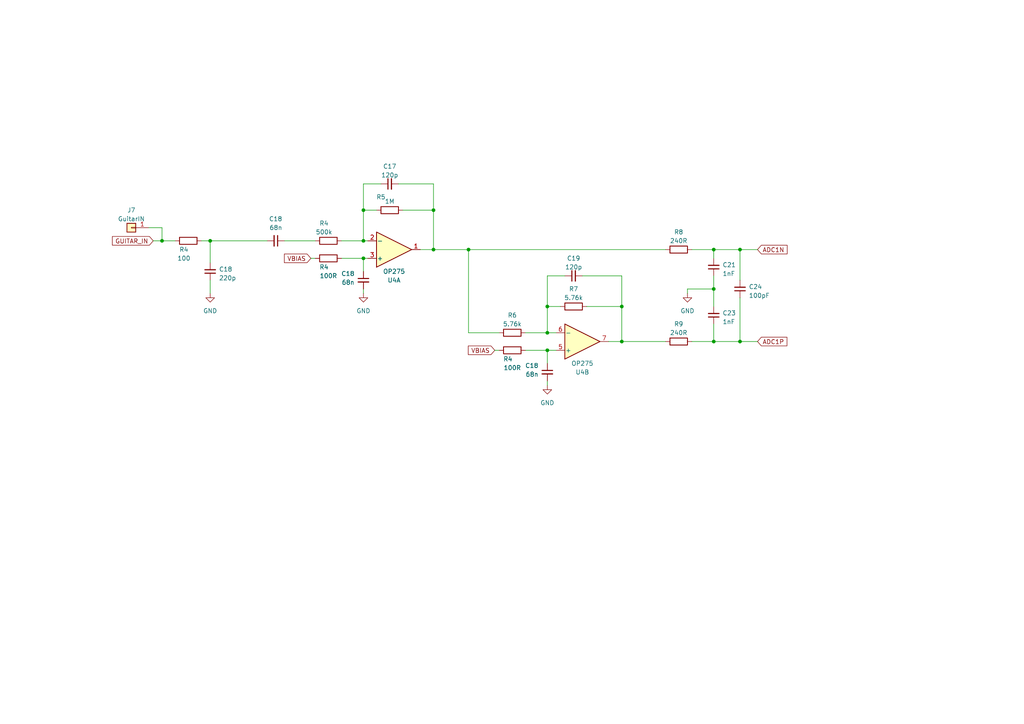
<source format=kicad_sch>
(kicad_sch (version 20230121) (generator eeschema)

  (uuid b0f5d7a0-733c-47c7-b9fa-72358412e3e1)

  (paper "A4")

  (lib_symbols
    (symbol "Amplifier_Operational:OP275" (pin_names (offset 0.127)) (in_bom yes) (on_board yes)
      (property "Reference" "U" (at 0 5.08 0)
        (effects (font (size 1.27 1.27)) (justify left))
      )
      (property "Value" "OP275" (at 0 -5.08 0)
        (effects (font (size 1.27 1.27)) (justify left))
      )
      (property "Footprint" "" (at 0 0 0)
        (effects (font (size 1.27 1.27)) hide)
      )
      (property "Datasheet" "https://www.analog.com/media/en/technical-documentation/data-sheets/OP275.pdf" (at 0 0 0)
        (effects (font (size 1.27 1.27)) hide)
      )
      (property "ki_locked" "" (at 0 0 0)
        (effects (font (size 1.27 1.27)))
      )
      (property "ki_keywords" "dual opamp" (at 0 0 0)
        (effects (font (size 1.27 1.27)) hide)
      )
      (property "ki_description" "Dual Bipolar/JFET, Audio Operational Amplifier, DIP-8/SOIC-8" (at 0 0 0)
        (effects (font (size 1.27 1.27)) hide)
      )
      (property "ki_fp_filters" "SOIC*3.9x4.9mm*P1.27mm* DIP*W7.62mm* TO*99* OnSemi*Micro8* TSSOP*3x3mm*P0.65mm* TSSOP*4.4x3mm*P0.65mm* MSOP*3x3mm*P0.65mm* SSOP*3.9x4.9mm*P0.635mm* LFCSP*2x2mm*P0.5mm* *SIP* SOIC*5.3x6.2mm*P1.27mm*" (at 0 0 0)
        (effects (font (size 1.27 1.27)) hide)
      )
      (symbol "OP275_1_1"
        (polyline
          (pts
            (xy -5.08 5.08)
            (xy 5.08 0)
            (xy -5.08 -5.08)
            (xy -5.08 5.08)
          )
          (stroke (width 0.254) (type default))
          (fill (type background))
        )
        (pin output line (at 7.62 0 180) (length 2.54)
          (name "~" (effects (font (size 1.27 1.27))))
          (number "1" (effects (font (size 1.27 1.27))))
        )
        (pin input line (at -7.62 -2.54 0) (length 2.54)
          (name "-" (effects (font (size 1.27 1.27))))
          (number "2" (effects (font (size 1.27 1.27))))
        )
        (pin input line (at -7.62 2.54 0) (length 2.54)
          (name "+" (effects (font (size 1.27 1.27))))
          (number "3" (effects (font (size 1.27 1.27))))
        )
      )
      (symbol "OP275_2_1"
        (polyline
          (pts
            (xy -5.08 5.08)
            (xy 5.08 0)
            (xy -5.08 -5.08)
            (xy -5.08 5.08)
          )
          (stroke (width 0.254) (type default))
          (fill (type background))
        )
        (pin input line (at -7.62 2.54 0) (length 2.54)
          (name "+" (effects (font (size 1.27 1.27))))
          (number "5" (effects (font (size 1.27 1.27))))
        )
        (pin input line (at -7.62 -2.54 0) (length 2.54)
          (name "-" (effects (font (size 1.27 1.27))))
          (number "6" (effects (font (size 1.27 1.27))))
        )
        (pin output line (at 7.62 0 180) (length 2.54)
          (name "~" (effects (font (size 1.27 1.27))))
          (number "7" (effects (font (size 1.27 1.27))))
        )
      )
      (symbol "OP275_3_1"
        (pin power_in line (at -2.54 -7.62 90) (length 3.81)
          (name "V-" (effects (font (size 1.27 1.27))))
          (number "4" (effects (font (size 1.27 1.27))))
        )
        (pin power_in line (at -2.54 7.62 270) (length 3.81)
          (name "V+" (effects (font (size 1.27 1.27))))
          (number "8" (effects (font (size 1.27 1.27))))
        )
      )
    )
    (symbol "Connector_Generic:Conn_01x01" (pin_names (offset 1.016) hide) (in_bom yes) (on_board yes)
      (property "Reference" "J" (at 0 2.54 0)
        (effects (font (size 1.27 1.27)))
      )
      (property "Value" "Conn_01x01" (at 0 -2.54 0)
        (effects (font (size 1.27 1.27)))
      )
      (property "Footprint" "" (at 0 0 0)
        (effects (font (size 1.27 1.27)) hide)
      )
      (property "Datasheet" "~" (at 0 0 0)
        (effects (font (size 1.27 1.27)) hide)
      )
      (property "ki_keywords" "connector" (at 0 0 0)
        (effects (font (size 1.27 1.27)) hide)
      )
      (property "ki_description" "Generic connector, single row, 01x01, script generated (kicad-library-utils/schlib/autogen/connector/)" (at 0 0 0)
        (effects (font (size 1.27 1.27)) hide)
      )
      (property "ki_fp_filters" "Connector*:*_1x??_*" (at 0 0 0)
        (effects (font (size 1.27 1.27)) hide)
      )
      (symbol "Conn_01x01_1_1"
        (rectangle (start -1.27 0.127) (end 0 -0.127)
          (stroke (width 0.1524) (type default))
          (fill (type none))
        )
        (rectangle (start -1.27 1.27) (end 1.27 -1.27)
          (stroke (width 0.254) (type default))
          (fill (type background))
        )
        (pin passive line (at -5.08 0 0) (length 3.81)
          (name "Pin_1" (effects (font (size 1.27 1.27))))
          (number "1" (effects (font (size 1.27 1.27))))
        )
      )
    )
    (symbol "Device:C_Small" (pin_numbers hide) (pin_names (offset 0.254) hide) (in_bom yes) (on_board yes)
      (property "Reference" "C" (at 0.254 1.778 0)
        (effects (font (size 1.27 1.27)) (justify left))
      )
      (property "Value" "C_Small" (at 0.254 -2.032 0)
        (effects (font (size 1.27 1.27)) (justify left))
      )
      (property "Footprint" "" (at 0 0 0)
        (effects (font (size 1.27 1.27)) hide)
      )
      (property "Datasheet" "~" (at 0 0 0)
        (effects (font (size 1.27 1.27)) hide)
      )
      (property "ki_keywords" "capacitor cap" (at 0 0 0)
        (effects (font (size 1.27 1.27)) hide)
      )
      (property "ki_description" "Unpolarized capacitor, small symbol" (at 0 0 0)
        (effects (font (size 1.27 1.27)) hide)
      )
      (property "ki_fp_filters" "C_*" (at 0 0 0)
        (effects (font (size 1.27 1.27)) hide)
      )
      (symbol "C_Small_0_1"
        (polyline
          (pts
            (xy -1.524 -0.508)
            (xy 1.524 -0.508)
          )
          (stroke (width 0.3302) (type default))
          (fill (type none))
        )
        (polyline
          (pts
            (xy -1.524 0.508)
            (xy 1.524 0.508)
          )
          (stroke (width 0.3048) (type default))
          (fill (type none))
        )
      )
      (symbol "C_Small_1_1"
        (pin passive line (at 0 2.54 270) (length 2.032)
          (name "~" (effects (font (size 1.27 1.27))))
          (number "1" (effects (font (size 1.27 1.27))))
        )
        (pin passive line (at 0 -2.54 90) (length 2.032)
          (name "~" (effects (font (size 1.27 1.27))))
          (number "2" (effects (font (size 1.27 1.27))))
        )
      )
    )
    (symbol "Device:R" (pin_numbers hide) (pin_names (offset 0)) (in_bom yes) (on_board yes)
      (property "Reference" "R" (at 2.032 0 90)
        (effects (font (size 1.27 1.27)))
      )
      (property "Value" "R" (at 0 0 90)
        (effects (font (size 1.27 1.27)))
      )
      (property "Footprint" "" (at -1.778 0 90)
        (effects (font (size 1.27 1.27)) hide)
      )
      (property "Datasheet" "~" (at 0 0 0)
        (effects (font (size 1.27 1.27)) hide)
      )
      (property "ki_keywords" "R res resistor" (at 0 0 0)
        (effects (font (size 1.27 1.27)) hide)
      )
      (property "ki_description" "Resistor" (at 0 0 0)
        (effects (font (size 1.27 1.27)) hide)
      )
      (property "ki_fp_filters" "R_*" (at 0 0 0)
        (effects (font (size 1.27 1.27)) hide)
      )
      (symbol "R_0_1"
        (rectangle (start -1.016 -2.54) (end 1.016 2.54)
          (stroke (width 0.254) (type default))
          (fill (type none))
        )
      )
      (symbol "R_1_1"
        (pin passive line (at 0 3.81 270) (length 1.27)
          (name "~" (effects (font (size 1.27 1.27))))
          (number "1" (effects (font (size 1.27 1.27))))
        )
        (pin passive line (at 0 -3.81 90) (length 1.27)
          (name "~" (effects (font (size 1.27 1.27))))
          (number "2" (effects (font (size 1.27 1.27))))
        )
      )
    )
    (symbol "power:GND" (power) (pin_names (offset 0)) (in_bom yes) (on_board yes)
      (property "Reference" "#PWR" (at 0 -6.35 0)
        (effects (font (size 1.27 1.27)) hide)
      )
      (property "Value" "GND" (at 0 -3.81 0)
        (effects (font (size 1.27 1.27)))
      )
      (property "Footprint" "" (at 0 0 0)
        (effects (font (size 1.27 1.27)) hide)
      )
      (property "Datasheet" "" (at 0 0 0)
        (effects (font (size 1.27 1.27)) hide)
      )
      (property "ki_keywords" "global power" (at 0 0 0)
        (effects (font (size 1.27 1.27)) hide)
      )
      (property "ki_description" "Power symbol creates a global label with name \"GND\" , ground" (at 0 0 0)
        (effects (font (size 1.27 1.27)) hide)
      )
      (symbol "GND_0_1"
        (polyline
          (pts
            (xy 0 0)
            (xy 0 -1.27)
            (xy 1.27 -1.27)
            (xy 0 -2.54)
            (xy -1.27 -1.27)
            (xy 0 -1.27)
          )
          (stroke (width 0) (type default))
          (fill (type none))
        )
      )
      (symbol "GND_1_1"
        (pin power_in line (at 0 0 270) (length 0) hide
          (name "GND" (effects (font (size 1.27 1.27))))
          (number "1" (effects (font (size 1.27 1.27))))
        )
      )
    )
  )

  (junction (at 158.75 101.6) (diameter 0) (color 0 0 0 0)
    (uuid 0ca73a61-ac94-474e-b159-a007df1a5665)
  )
  (junction (at 158.75 96.52) (diameter 0) (color 0 0 0 0)
    (uuid 1a061ec2-05b6-4f76-b354-807a3c55adec)
  )
  (junction (at 158.75 88.9) (diameter 0) (color 0 0 0 0)
    (uuid 334c046d-7508-482d-b54c-3c573c7ec28c)
  )
  (junction (at 125.73 72.39) (diameter 0) (color 0 0 0 0)
    (uuid 40bc5b69-f876-4a06-bfb6-a5ce479a1c9a)
  )
  (junction (at 214.63 72.39) (diameter 0) (color 0 0 0 0)
    (uuid 41b145de-a596-4ba6-986a-9dac8e6e8efb)
  )
  (junction (at 180.34 99.06) (diameter 0) (color 0 0 0 0)
    (uuid 632dccc9-4433-4162-b8e6-e46d41c38263)
  )
  (junction (at 135.89 72.39) (diameter 0) (color 0 0 0 0)
    (uuid 75bbd92d-2803-42a4-b887-912640a20f6d)
  )
  (junction (at 60.96 69.85) (diameter 0) (color 0 0 0 0)
    (uuid 8649668b-4990-4adf-8a17-19d3088e0815)
  )
  (junction (at 207.01 83.82) (diameter 0) (color 0 0 0 0)
    (uuid 938fc44a-feb6-4b8a-aef1-05611bd96d2f)
  )
  (junction (at 105.41 74.93) (diameter 0) (color 0 0 0 0)
    (uuid b19b681d-f0f5-4a2a-90a6-1cfe2abccee7)
  )
  (junction (at 105.41 60.96) (diameter 0) (color 0 0 0 0)
    (uuid b52764d3-0748-42be-b19b-3b9042d7710b)
  )
  (junction (at 207.01 99.06) (diameter 0) (color 0 0 0 0)
    (uuid b962f71c-cdef-45ae-8fee-7f6a6371dbfa)
  )
  (junction (at 207.01 72.39) (diameter 0) (color 0 0 0 0)
    (uuid b9a3d90a-61e5-4d6f-be78-e86b61d92689)
  )
  (junction (at 214.63 99.06) (diameter 0) (color 0 0 0 0)
    (uuid c0d2185e-c41f-48f1-a291-d617825ca88b)
  )
  (junction (at 125.73 60.96) (diameter 0) (color 0 0 0 0)
    (uuid c86d4fb8-df70-4433-a317-00b65403d22b)
  )
  (junction (at 105.41 69.85) (diameter 0) (color 0 0 0 0)
    (uuid d88660cc-bd65-420b-aff3-36c99e46bae2)
  )
  (junction (at 180.34 88.9) (diameter 0) (color 0 0 0 0)
    (uuid deb00552-a38b-46eb-aaa2-0504a3d78dd7)
  )
  (junction (at 46.99 69.85) (diameter 0) (color 0 0 0 0)
    (uuid fe402ad8-2f29-4aa4-b643-a887805348d3)
  )

  (wire (pts (xy 110.49 53.34) (xy 105.41 53.34))
    (stroke (width 0) (type default))
    (uuid 05912a90-6e27-406c-a0dd-5cfc717ac4f0)
  )
  (wire (pts (xy 207.01 99.06) (xy 207.01 93.98))
    (stroke (width 0) (type default))
    (uuid 0d5cb907-bf96-4cd8-b452-264c96d9ea6c)
  )
  (wire (pts (xy 82.55 69.85) (xy 91.44 69.85))
    (stroke (width 0) (type default))
    (uuid 169dfb93-4e04-44b7-82d6-68c88637b573)
  )
  (wire (pts (xy 60.96 69.85) (xy 77.47 69.85))
    (stroke (width 0) (type default))
    (uuid 19f46e7c-d968-4012-8632-f5227844d7f0)
  )
  (wire (pts (xy 44.45 69.85) (xy 46.99 69.85))
    (stroke (width 0) (type default))
    (uuid 1de391df-bba8-4d47-87da-04efeb5896ac)
  )
  (wire (pts (xy 207.01 83.82) (xy 207.01 88.9))
    (stroke (width 0) (type default))
    (uuid 1ec54104-1693-4540-89e7-0436d2eec2e2)
  )
  (wire (pts (xy 115.57 53.34) (xy 125.73 53.34))
    (stroke (width 0) (type default))
    (uuid 21afc66d-acee-4d5a-b2a8-7afd3587a0ce)
  )
  (wire (pts (xy 158.75 96.52) (xy 152.4 96.52))
    (stroke (width 0) (type default))
    (uuid 2457de22-8789-4d11-b47a-737cb42e225b)
  )
  (wire (pts (xy 116.84 60.96) (xy 125.73 60.96))
    (stroke (width 0) (type default))
    (uuid 2e63db48-ea32-4efb-84c9-b698f801f819)
  )
  (wire (pts (xy 135.89 96.52) (xy 135.89 72.39))
    (stroke (width 0) (type default))
    (uuid 2e80fe78-1904-46a9-aa57-7f25e13a98a0)
  )
  (wire (pts (xy 180.34 99.06) (xy 193.04 99.06))
    (stroke (width 0) (type default))
    (uuid 306c511a-3b03-4c1c-b600-5417d9cfa185)
  )
  (wire (pts (xy 214.63 99.06) (xy 207.01 99.06))
    (stroke (width 0) (type default))
    (uuid 33f5b4d4-ee1d-43f2-b5b7-d34f91e61198)
  )
  (wire (pts (xy 144.78 96.52) (xy 135.89 96.52))
    (stroke (width 0) (type default))
    (uuid 35032fb1-e78b-47ae-a7a5-a96357dbc105)
  )
  (wire (pts (xy 180.34 80.01) (xy 180.34 88.9))
    (stroke (width 0) (type default))
    (uuid 386e49a6-4abd-4fb0-98cf-2c7d67c644d1)
  )
  (wire (pts (xy 105.41 69.85) (xy 106.68 69.85))
    (stroke (width 0) (type default))
    (uuid 38c8b542-9810-4d09-a8f6-b900fc3f8611)
  )
  (wire (pts (xy 158.75 101.6) (xy 158.75 105.41))
    (stroke (width 0) (type default))
    (uuid 3912b831-4344-4982-8319-c577dea31c21)
  )
  (wire (pts (xy 207.01 74.93) (xy 207.01 72.39))
    (stroke (width 0) (type default))
    (uuid 408b8aa5-6c5f-4bdb-a03b-a96fb75aff59)
  )
  (wire (pts (xy 207.01 80.01) (xy 207.01 83.82))
    (stroke (width 0) (type default))
    (uuid 41281be7-bc73-4cf2-9d73-8d86422d9124)
  )
  (wire (pts (xy 105.41 83.82) (xy 105.41 85.09))
    (stroke (width 0) (type default))
    (uuid 4ea227f3-50b6-43fd-aedb-762f43253de6)
  )
  (wire (pts (xy 152.4 101.6) (xy 158.75 101.6))
    (stroke (width 0) (type default))
    (uuid 51933c79-b048-4990-a9b7-5b39f2694c87)
  )
  (wire (pts (xy 90.17 74.93) (xy 91.44 74.93))
    (stroke (width 0) (type default))
    (uuid 5315d5eb-8e79-4b6f-96db-7f5dfcd06045)
  )
  (wire (pts (xy 135.89 72.39) (xy 193.04 72.39))
    (stroke (width 0) (type default))
    (uuid 53751e75-6882-423b-b7b8-ec21cfe93f9a)
  )
  (wire (pts (xy 170.18 88.9) (xy 180.34 88.9))
    (stroke (width 0) (type default))
    (uuid 551fc6a7-edc2-4c8e-9b2a-4512c65ccacd)
  )
  (wire (pts (xy 158.75 80.01) (xy 158.75 88.9))
    (stroke (width 0) (type default))
    (uuid 5a12f852-7d38-49e0-a64e-d352680da199)
  )
  (wire (pts (xy 214.63 72.39) (xy 219.71 72.39))
    (stroke (width 0) (type default))
    (uuid 602d5197-3de6-462a-8a9e-bb1163ca0a73)
  )
  (wire (pts (xy 214.63 72.39) (xy 214.63 81.28))
    (stroke (width 0) (type default))
    (uuid 6346caee-8b02-4d74-9f75-086d1fce6788)
  )
  (wire (pts (xy 125.73 60.96) (xy 125.73 53.34))
    (stroke (width 0) (type default))
    (uuid 6978657f-fa50-4358-9034-9433e836d0df)
  )
  (wire (pts (xy 199.39 83.82) (xy 199.39 85.09))
    (stroke (width 0) (type default))
    (uuid 6e8e2e07-ccc9-4225-bd56-9b65dc7fdc89)
  )
  (wire (pts (xy 99.06 69.85) (xy 105.41 69.85))
    (stroke (width 0) (type default))
    (uuid 72bbeb5f-3fc0-4548-9b47-d816230fa35d)
  )
  (wire (pts (xy 143.51 101.6) (xy 144.78 101.6))
    (stroke (width 0) (type default))
    (uuid 73f1f53f-7faa-4af6-95d0-44123510e6b0)
  )
  (wire (pts (xy 43.18 66.04) (xy 46.99 66.04))
    (stroke (width 0) (type default))
    (uuid 74fa1da0-fd36-4034-9335-8743a266f6a1)
  )
  (wire (pts (xy 121.92 72.39) (xy 125.73 72.39))
    (stroke (width 0) (type default))
    (uuid 7591c14e-10cb-4a94-be89-509ea7fab5db)
  )
  (wire (pts (xy 58.42 69.85) (xy 60.96 69.85))
    (stroke (width 0) (type default))
    (uuid 79400d5c-54c5-4de2-bb7d-413216f8dc58)
  )
  (wire (pts (xy 180.34 99.06) (xy 180.34 88.9))
    (stroke (width 0) (type default))
    (uuid 7e02d7a9-5abb-4086-8ff7-809d16697efe)
  )
  (wire (pts (xy 46.99 66.04) (xy 46.99 69.85))
    (stroke (width 0) (type default))
    (uuid 812362f6-5025-427f-bc53-8876936c0021)
  )
  (wire (pts (xy 60.96 81.28) (xy 60.96 85.09))
    (stroke (width 0) (type default))
    (uuid 867ca68e-e0dc-4c7e-8176-0707eb90f3b2)
  )
  (wire (pts (xy 99.06 74.93) (xy 105.41 74.93))
    (stroke (width 0) (type default))
    (uuid 86c14da8-4938-47de-9e07-d575d6e4d8ba)
  )
  (wire (pts (xy 168.91 80.01) (xy 180.34 80.01))
    (stroke (width 0) (type default))
    (uuid 86e457aa-9d22-45fc-973d-5a21c4f962da)
  )
  (wire (pts (xy 158.75 110.49) (xy 158.75 111.76))
    (stroke (width 0) (type default))
    (uuid a6dfb606-2493-451e-ac39-e3aaf7fae38b)
  )
  (wire (pts (xy 214.63 99.06) (xy 219.71 99.06))
    (stroke (width 0) (type default))
    (uuid abdfd306-710c-4fc4-8202-434a5eb31df9)
  )
  (wire (pts (xy 105.41 69.85) (xy 105.41 60.96))
    (stroke (width 0) (type default))
    (uuid ae6cd3d8-24c7-4d69-a576-32326fb8d0df)
  )
  (wire (pts (xy 46.99 69.85) (xy 50.8 69.85))
    (stroke (width 0) (type default))
    (uuid bbaa38f9-f19c-4ff3-87ff-97f0397b5f2d)
  )
  (wire (pts (xy 158.75 88.9) (xy 158.75 96.52))
    (stroke (width 0) (type default))
    (uuid be13c180-69ae-4b50-b9d1-6c70b691eea9)
  )
  (wire (pts (xy 105.41 60.96) (xy 109.22 60.96))
    (stroke (width 0) (type default))
    (uuid c113e9bd-7803-4c49-8f40-c1c02efe60f2)
  )
  (wire (pts (xy 60.96 69.85) (xy 60.96 76.2))
    (stroke (width 0) (type default))
    (uuid c63bfa7c-78f5-483d-a4aa-b7ee857bc4bc)
  )
  (wire (pts (xy 158.75 96.52) (xy 161.29 96.52))
    (stroke (width 0) (type default))
    (uuid ccc4def2-7a83-4e54-9974-c80cb3c0ffbd)
  )
  (wire (pts (xy 125.73 72.39) (xy 135.89 72.39))
    (stroke (width 0) (type default))
    (uuid cf33d96a-1b43-4b5a-9461-d3b134ca6a7f)
  )
  (wire (pts (xy 176.53 99.06) (xy 180.34 99.06))
    (stroke (width 0) (type default))
    (uuid d22aad80-16eb-4a13-91d9-7ea470c6831a)
  )
  (wire (pts (xy 105.41 60.96) (xy 105.41 53.34))
    (stroke (width 0) (type default))
    (uuid d5bb2e1b-ce69-4042-b849-1a77ef1d56dc)
  )
  (wire (pts (xy 105.41 74.93) (xy 106.68 74.93))
    (stroke (width 0) (type default))
    (uuid d65648ae-83c3-43f2-9be9-9c0a81bb5365)
  )
  (wire (pts (xy 199.39 83.82) (xy 207.01 83.82))
    (stroke (width 0) (type default))
    (uuid ddeac9a5-a878-4081-9090-d2bff2fe02d8)
  )
  (wire (pts (xy 162.56 88.9) (xy 158.75 88.9))
    (stroke (width 0) (type default))
    (uuid dfbdfaa9-352c-451e-80db-c33ec8223ec7)
  )
  (wire (pts (xy 163.83 80.01) (xy 158.75 80.01))
    (stroke (width 0) (type default))
    (uuid e4f75da5-0380-43b8-9167-c3974480c072)
  )
  (wire (pts (xy 125.73 60.96) (xy 125.73 72.39))
    (stroke (width 0) (type default))
    (uuid e8341405-04e7-4924-b73a-196d558c2a86)
  )
  (wire (pts (xy 214.63 86.36) (xy 214.63 99.06))
    (stroke (width 0) (type default))
    (uuid ebcb0671-c907-4a1f-b46a-1224ee587536)
  )
  (wire (pts (xy 158.75 101.6) (xy 161.29 101.6))
    (stroke (width 0) (type default))
    (uuid f0316142-c8d9-4bd4-a2b9-4c0676e738d5)
  )
  (wire (pts (xy 200.66 99.06) (xy 207.01 99.06))
    (stroke (width 0) (type default))
    (uuid f758c305-1a53-4440-96ae-6ef528a2c7d9)
  )
  (wire (pts (xy 105.41 74.93) (xy 105.41 78.74))
    (stroke (width 0) (type default))
    (uuid fb495462-b4ad-4804-88c1-656787538873)
  )
  (wire (pts (xy 200.66 72.39) (xy 207.01 72.39))
    (stroke (width 0) (type default))
    (uuid fc10a32c-9a80-4fbb-b120-528a42fb9576)
  )
  (wire (pts (xy 207.01 72.39) (xy 214.63 72.39))
    (stroke (width 0) (type default))
    (uuid fee3001b-4a1c-42fb-b341-123961acf7b4)
  )

  (global_label "ADC1N" (shape input) (at 219.71 72.39 0) (fields_autoplaced)
    (effects (font (size 1.27 1.27)) (justify left))
    (uuid 04a6dba3-50bc-4ff8-b75f-5a65aa8a49b6)
    (property "Intersheetrefs" "${INTERSHEET_REFS}" (at 228.7844 72.39 0)
      (effects (font (size 1.27 1.27)) (justify left) hide)
    )
  )
  (global_label "VBIAS" (shape input) (at 90.17 74.93 180) (fields_autoplaced)
    (effects (font (size 1.27 1.27)) (justify right))
    (uuid 1cbe21d9-104a-4fd4-9a60-33ac16d4bbd8)
    (property "Intersheetrefs" "${INTERSHEET_REFS}" (at 82.0027 74.93 0)
      (effects (font (size 1.27 1.27)) (justify right) hide)
    )
  )
  (global_label "GUITAR_IN" (shape input) (at 44.45 69.85 180) (fields_autoplaced)
    (effects (font (size 1.27 1.27)) (justify right))
    (uuid 7a673409-4842-4435-8e8b-8637694b05fa)
    (property "Intersheetrefs" "${INTERSHEET_REFS}" (at 32.1098 69.85 0)
      (effects (font (size 1.27 1.27)) (justify right) hide)
    )
  )
  (global_label "VBIAS" (shape input) (at 143.51 101.6 180) (fields_autoplaced)
    (effects (font (size 1.27 1.27)) (justify right))
    (uuid d2ad7c53-22b3-47a0-952b-5192e9ae8076)
    (property "Intersheetrefs" "${INTERSHEET_REFS}" (at 135.3427 101.6 0)
      (effects (font (size 1.27 1.27)) (justify right) hide)
    )
  )
  (global_label "ADC1P" (shape input) (at 219.71 99.06 0) (fields_autoplaced)
    (effects (font (size 1.27 1.27)) (justify left))
    (uuid d4fb183c-e495-4acb-8f1a-22efccc2c7fd)
    (property "Intersheetrefs" "${INTERSHEET_REFS}" (at 228.7239 99.06 0)
      (effects (font (size 1.27 1.27)) (justify left) hide)
    )
  )

  (symbol (lib_id "Amplifier_Operational:OP275") (at 168.91 99.06 0) (mirror x) (unit 2)
    (in_bom yes) (on_board yes) (dnp no)
    (uuid 0107a890-195f-43ca-bb47-12e399030e0b)
    (property "Reference" "U4" (at 168.91 107.95 0)
      (effects (font (size 1.27 1.27)))
    )
    (property "Value" "OP275" (at 168.91 105.41 0)
      (effects (font (size 1.27 1.27)))
    )
    (property "Footprint" "Package_SO:SSOP-8_3.9x5.05mm_P1.27mm" (at 168.91 99.06 0)
      (effects (font (size 1.27 1.27)) hide)
    )
    (property "Datasheet" "https://www.analog.com/media/en/technical-documentation/data-sheets/OP275.pdf" (at 168.91 99.06 0)
      (effects (font (size 1.27 1.27)) hide)
    )
    (pin "1" (uuid 8038cb57-c729-405f-8160-03c59979d6a3))
    (pin "2" (uuid c17f5500-6ca4-4827-9b53-4c87400918c7))
    (pin "3" (uuid e4d32e28-fe06-48d5-b8e4-6debe33ead05))
    (pin "5" (uuid 24ea94a8-cde7-40a5-878f-56d71ef45952))
    (pin "6" (uuid 9b3563d2-8718-40ca-b7b0-78a98a7566d5))
    (pin "7" (uuid 068299df-0987-4bcc-8104-cfd0a412e1d3))
    (pin "4" (uuid 2db75e79-6837-46a1-bf4e-fd37b1415fa2))
    (pin "8" (uuid cafac873-e031-47e7-837c-ab165e08c419))
    (instances
      (project "stm_audio_board_V2"
        (path "/6997cf63-2615-4e49-9471-e7da1b6bae71"
          (reference "U4") (unit 2)
        )
        (path "/6997cf63-2615-4e49-9471-e7da1b6bae71/f20dc640-ad21-4977-8df1-611625087c69"
          (reference "U4") (unit 2)
        )
      )
    )
  )

  (symbol (lib_id "power:GND") (at 105.41 85.09 0) (unit 1)
    (in_bom yes) (on_board yes) (dnp no) (fields_autoplaced)
    (uuid 2335b494-4d72-4a29-9b30-1f7fcfee0dc4)
    (property "Reference" "#PWR02" (at 105.41 91.44 0)
      (effects (font (size 1.27 1.27)) hide)
    )
    (property "Value" "GND" (at 105.41 90.17 0)
      (effects (font (size 1.27 1.27)))
    )
    (property "Footprint" "" (at 105.41 85.09 0)
      (effects (font (size 1.27 1.27)) hide)
    )
    (property "Datasheet" "" (at 105.41 85.09 0)
      (effects (font (size 1.27 1.27)) hide)
    )
    (pin "1" (uuid b1e3c08e-38f1-4913-9597-5b6136d20388))
    (instances
      (project "stm_audio_board_V2"
        (path "/6997cf63-2615-4e49-9471-e7da1b6bae71"
          (reference "#PWR02") (unit 1)
        )
        (path "/6997cf63-2615-4e49-9471-e7da1b6bae71/2eb2ee8f-ab98-4666-97f0-bfacb073bc88"
          (reference "#PWR01") (unit 1)
        )
        (path "/6997cf63-2615-4e49-9471-e7da1b6bae71/f20dc640-ad21-4977-8df1-611625087c69"
          (reference "#PWR012") (unit 1)
        )
      )
    )
  )

  (symbol (lib_id "Connector_Generic:Conn_01x01") (at 38.1 66.04 180) (unit 1)
    (in_bom yes) (on_board yes) (dnp no) (fields_autoplaced)
    (uuid 453d94e1-4caf-4836-b948-767e0792ebd2)
    (property "Reference" "J7" (at 38.1 60.96 0)
      (effects (font (size 1.27 1.27)))
    )
    (property "Value" "GuitarIN" (at 38.1 63.5 0)
      (effects (font (size 1.27 1.27)))
    )
    (property "Footprint" "Connector_PinHeader_2.54mm:PinHeader_1x01_P2.54mm_Vertical" (at 38.1 66.04 0)
      (effects (font (size 1.27 1.27)) hide)
    )
    (property "Datasheet" "~" (at 38.1 66.04 0)
      (effects (font (size 1.27 1.27)) hide)
    )
    (pin "1" (uuid 24fd1669-f6d5-4c70-89de-96709bde7667))
    (instances
      (project "stm_audio_board_V2"
        (path "/6997cf63-2615-4e49-9471-e7da1b6bae71"
          (reference "J7") (unit 1)
        )
        (path "/6997cf63-2615-4e49-9471-e7da1b6bae71/f20dc640-ad21-4977-8df1-611625087c69"
          (reference "J7") (unit 1)
        )
      )
    )
  )

  (symbol (lib_id "Device:C_Small") (at 158.75 107.95 0) (unit 1)
    (in_bom yes) (on_board yes) (dnp no)
    (uuid 61674b1c-fe24-46e5-ba09-3fbcaf206214)
    (property "Reference" "C18" (at 156.21 106.0514 0)
      (effects (font (size 1.27 1.27)) (justify right))
    )
    (property "Value" "68n" (at 156.21 108.5914 0)
      (effects (font (size 1.27 1.27)) (justify right))
    )
    (property "Footprint" "Capacitor_SMD:C_0603_1608Metric_Pad1.08x0.95mm_HandSolder" (at 158.75 107.95 0)
      (effects (font (size 1.27 1.27)) hide)
    )
    (property "Datasheet" "~" (at 158.75 107.95 0)
      (effects (font (size 1.27 1.27)) hide)
    )
    (pin "1" (uuid 791122e1-8e8f-426e-a781-ed2e930f5b4e))
    (pin "2" (uuid 52474f5c-716b-4a13-93b9-53c79e10f7aa))
    (instances
      (project "stm_audio_board_V2"
        (path "/6997cf63-2615-4e49-9471-e7da1b6bae71"
          (reference "C18") (unit 1)
        )
        (path "/6997cf63-2615-4e49-9471-e7da1b6bae71/f20dc640-ad21-4977-8df1-611625087c69"
          (reference "C18") (unit 1)
        )
      )
    )
  )

  (symbol (lib_id "power:GND") (at 60.96 85.09 0) (unit 1)
    (in_bom yes) (on_board yes) (dnp no) (fields_autoplaced)
    (uuid 6323d967-b614-46aa-9442-6752e440f0e8)
    (property "Reference" "#PWR02" (at 60.96 91.44 0)
      (effects (font (size 1.27 1.27)) hide)
    )
    (property "Value" "GND" (at 60.96 90.17 0)
      (effects (font (size 1.27 1.27)))
    )
    (property "Footprint" "" (at 60.96 85.09 0)
      (effects (font (size 1.27 1.27)) hide)
    )
    (property "Datasheet" "" (at 60.96 85.09 0)
      (effects (font (size 1.27 1.27)) hide)
    )
    (pin "1" (uuid d08b22fd-fcb5-45b2-9171-c7f457212587))
    (instances
      (project "stm_audio_board_V2"
        (path "/6997cf63-2615-4e49-9471-e7da1b6bae71"
          (reference "#PWR02") (unit 1)
        )
        (path "/6997cf63-2615-4e49-9471-e7da1b6bae71/2eb2ee8f-ab98-4666-97f0-bfacb073bc88"
          (reference "#PWR01") (unit 1)
        )
        (path "/6997cf63-2615-4e49-9471-e7da1b6bae71/f20dc640-ad21-4977-8df1-611625087c69"
          (reference "#PWR029") (unit 1)
        )
      )
    )
  )

  (symbol (lib_id "power:GND") (at 158.75 111.76 0) (unit 1)
    (in_bom yes) (on_board yes) (dnp no) (fields_autoplaced)
    (uuid 7f27d853-3ece-4629-96af-4ae2b99f56ba)
    (property "Reference" "#PWR02" (at 158.75 118.11 0)
      (effects (font (size 1.27 1.27)) hide)
    )
    (property "Value" "GND" (at 158.75 116.84 0)
      (effects (font (size 1.27 1.27)))
    )
    (property "Footprint" "" (at 158.75 111.76 0)
      (effects (font (size 1.27 1.27)) hide)
    )
    (property "Datasheet" "" (at 158.75 111.76 0)
      (effects (font (size 1.27 1.27)) hide)
    )
    (pin "1" (uuid 8f492054-d79a-4ffa-88e3-e7c47893ce0f))
    (instances
      (project "stm_audio_board_V2"
        (path "/6997cf63-2615-4e49-9471-e7da1b6bae71"
          (reference "#PWR02") (unit 1)
        )
        (path "/6997cf63-2615-4e49-9471-e7da1b6bae71/2eb2ee8f-ab98-4666-97f0-bfacb073bc88"
          (reference "#PWR01") (unit 1)
        )
        (path "/6997cf63-2615-4e49-9471-e7da1b6bae71/f20dc640-ad21-4977-8df1-611625087c69"
          (reference "#PWR013") (unit 1)
        )
      )
    )
  )

  (symbol (lib_id "Device:R") (at 148.59 101.6 270) (mirror x) (unit 1)
    (in_bom yes) (on_board yes) (dnp no)
    (uuid 80f706ae-3d31-4564-8f85-f74407766867)
    (property "Reference" "R4" (at 147.32 104.14 90)
      (effects (font (size 1.27 1.27)))
    )
    (property "Value" "100R" (at 148.59 106.68 90)
      (effects (font (size 1.27 1.27)))
    )
    (property "Footprint" "Resistor_SMD:R_0805_2012Metric_Pad1.20x1.40mm_HandSolder" (at 148.59 103.378 90)
      (effects (font (size 1.27 1.27)) hide)
    )
    (property "Datasheet" "~" (at 148.59 101.6 0)
      (effects (font (size 1.27 1.27)) hide)
    )
    (pin "1" (uuid faad1f74-b56d-41b3-bf51-b4be67dc51b7))
    (pin "2" (uuid c02a815e-c41a-40ca-85d2-49259476209b))
    (instances
      (project "stm_audio_board_V2"
        (path "/6997cf63-2615-4e49-9471-e7da1b6bae71"
          (reference "R4") (unit 1)
        )
        (path "/6997cf63-2615-4e49-9471-e7da1b6bae71/f20dc640-ad21-4977-8df1-611625087c69"
          (reference "R11") (unit 1)
        )
      )
    )
  )

  (symbol (lib_id "Device:C_Small") (at 166.37 80.01 90) (unit 1)
    (in_bom yes) (on_board yes) (dnp no)
    (uuid 8281c460-8465-49ee-981c-87d4ee5914d2)
    (property "Reference" "C19" (at 166.3763 74.93 90)
      (effects (font (size 1.27 1.27)))
    )
    (property "Value" "120p" (at 166.3763 77.47 90)
      (effects (font (size 1.27 1.27)))
    )
    (property "Footprint" "Capacitor_SMD:C_0603_1608Metric_Pad1.08x0.95mm_HandSolder" (at 166.37 80.01 0)
      (effects (font (size 1.27 1.27)) hide)
    )
    (property "Datasheet" "~" (at 166.37 80.01 0)
      (effects (font (size 1.27 1.27)) hide)
    )
    (pin "1" (uuid 300c32ee-eff7-4aba-815f-66f0030b2e6b))
    (pin "2" (uuid 44aa2b9d-c29e-4b8b-bc00-5ba8e429b8b2))
    (instances
      (project "stm_audio_board_V2"
        (path "/6997cf63-2615-4e49-9471-e7da1b6bae71"
          (reference "C19") (unit 1)
        )
        (path "/6997cf63-2615-4e49-9471-e7da1b6bae71/f20dc640-ad21-4977-8df1-611625087c69"
          (reference "C21") (unit 1)
        )
      )
    )
  )

  (symbol (lib_id "Device:R") (at 95.25 69.85 270) (mirror x) (unit 1)
    (in_bom yes) (on_board yes) (dnp no)
    (uuid 8a31dd4c-43be-4aa6-ab70-8d89daea471d)
    (property "Reference" "R4" (at 93.98 64.77 90)
      (effects (font (size 1.27 1.27)))
    )
    (property "Value" "500k" (at 93.98 67.31 90)
      (effects (font (size 1.27 1.27)))
    )
    (property "Footprint" "Resistor_SMD:R_0805_2012Metric_Pad1.20x1.40mm_HandSolder" (at 95.25 71.628 90)
      (effects (font (size 1.27 1.27)) hide)
    )
    (property "Datasheet" "~" (at 95.25 69.85 0)
      (effects (font (size 1.27 1.27)) hide)
    )
    (property "Field4" "" (at 95.25 69.85 90)
      (effects (font (size 1.27 1.27)) hide)
    )
    (property "Field5" "" (at 95.25 69.85 90)
      (effects (font (size 1.27 1.27)) hide)
    )
    (pin "1" (uuid cfc1cf02-dee6-44e6-81eb-2d511b850cb1))
    (pin "2" (uuid 9e1bcdee-04d9-4935-9d34-9f1e9c0fed4a))
    (instances
      (project "stm_audio_board_V2"
        (path "/6997cf63-2615-4e49-9471-e7da1b6bae71"
          (reference "R4") (unit 1)
        )
        (path "/6997cf63-2615-4e49-9471-e7da1b6bae71/f20dc640-ad21-4977-8df1-611625087c69"
          (reference "R4") (unit 1)
        )
      )
    )
  )

  (symbol (lib_id "Device:C_Small") (at 105.41 81.28 0) (unit 1)
    (in_bom yes) (on_board yes) (dnp no)
    (uuid a433cd27-7b1c-4ed9-a1d8-7ef6508af10d)
    (property "Reference" "C18" (at 102.87 79.3814 0)
      (effects (font (size 1.27 1.27)) (justify right))
    )
    (property "Value" "68n" (at 102.87 81.9214 0)
      (effects (font (size 1.27 1.27)) (justify right))
    )
    (property "Footprint" "Capacitor_SMD:C_0603_1608Metric_Pad1.08x0.95mm_HandSolder" (at 105.41 81.28 0)
      (effects (font (size 1.27 1.27)) hide)
    )
    (property "Datasheet" "~" (at 105.41 81.28 0)
      (effects (font (size 1.27 1.27)) hide)
    )
    (pin "1" (uuid 435db1f4-f5d6-4e98-b57b-00d0cc82348f))
    (pin "2" (uuid 6a25986a-0e8e-43b7-8147-c8eebda47474))
    (instances
      (project "stm_audio_board_V2"
        (path "/6997cf63-2615-4e49-9471-e7da1b6bae71"
          (reference "C18") (unit 1)
        )
        (path "/6997cf63-2615-4e49-9471-e7da1b6bae71/f20dc640-ad21-4977-8df1-611625087c69"
          (reference "C17") (unit 1)
        )
      )
    )
  )

  (symbol (lib_id "Device:R") (at 166.37 88.9 270) (unit 1)
    (in_bom yes) (on_board yes) (dnp no) (fields_autoplaced)
    (uuid a5e10f32-bebd-497a-b3d1-2bfb872e4219)
    (property "Reference" "R7" (at 166.37 83.82 90)
      (effects (font (size 1.27 1.27)))
    )
    (property "Value" "5.76k" (at 166.37 86.36 90)
      (effects (font (size 1.27 1.27)))
    )
    (property "Footprint" "Resistor_SMD:R_0805_2012Metric_Pad1.20x1.40mm_HandSolder" (at 166.37 87.122 90)
      (effects (font (size 1.27 1.27)) hide)
    )
    (property "Datasheet" "~" (at 166.37 88.9 0)
      (effects (font (size 1.27 1.27)) hide)
    )
    (pin "1" (uuid 91959d54-3d9b-451c-bff1-d4b3996c7b22))
    (pin "2" (uuid 844c1e8b-e986-417e-a423-a0d52fac3bd8))
    (instances
      (project "stm_audio_board_V2"
        (path "/6997cf63-2615-4e49-9471-e7da1b6bae71"
          (reference "R7") (unit 1)
        )
        (path "/6997cf63-2615-4e49-9471-e7da1b6bae71/f20dc640-ad21-4977-8df1-611625087c69"
          (reference "R7") (unit 1)
        )
      )
    )
  )

  (symbol (lib_id "Device:R") (at 196.85 72.39 270) (unit 1)
    (in_bom yes) (on_board yes) (dnp no) (fields_autoplaced)
    (uuid aacfb589-3353-4283-99d4-b85e2a9337e9)
    (property "Reference" "R8" (at 196.85 67.31 90)
      (effects (font (size 1.27 1.27)))
    )
    (property "Value" "240R" (at 196.85 69.85 90)
      (effects (font (size 1.27 1.27)))
    )
    (property "Footprint" "Resistor_SMD:R_0805_2012Metric_Pad1.20x1.40mm_HandSolder" (at 196.85 70.612 90)
      (effects (font (size 1.27 1.27)) hide)
    )
    (property "Datasheet" "~" (at 196.85 72.39 0)
      (effects (font (size 1.27 1.27)) hide)
    )
    (pin "1" (uuid 89c0703a-a346-46b6-becd-eb794d2fdd2f))
    (pin "2" (uuid 3fe2a390-00ec-41b5-844c-66b5a2a24845))
    (instances
      (project "stm_audio_board_V2"
        (path "/6997cf63-2615-4e49-9471-e7da1b6bae71"
          (reference "R8") (unit 1)
        )
        (path "/6997cf63-2615-4e49-9471-e7da1b6bae71/f20dc640-ad21-4977-8df1-611625087c69"
          (reference "R8") (unit 1)
        )
      )
    )
  )

  (symbol (lib_id "Device:R") (at 196.85 99.06 270) (unit 1)
    (in_bom yes) (on_board yes) (dnp no) (fields_autoplaced)
    (uuid b49d2480-5f0c-4bbb-bfc6-a2810535f853)
    (property "Reference" "R9" (at 196.85 93.98 90)
      (effects (font (size 1.27 1.27)))
    )
    (property "Value" "240R" (at 196.85 96.52 90)
      (effects (font (size 1.27 1.27)))
    )
    (property "Footprint" "Resistor_SMD:R_0805_2012Metric_Pad1.20x1.40mm_HandSolder" (at 196.85 97.282 90)
      (effects (font (size 1.27 1.27)) hide)
    )
    (property "Datasheet" "~" (at 196.85 99.06 0)
      (effects (font (size 1.27 1.27)) hide)
    )
    (pin "1" (uuid db517938-5eef-40db-9e27-3f09240e18f3))
    (pin "2" (uuid 2f9148ae-29dd-4dc6-b45f-8243a271cfbb))
    (instances
      (project "stm_audio_board_V2"
        (path "/6997cf63-2615-4e49-9471-e7da1b6bae71"
          (reference "R9") (unit 1)
        )
        (path "/6997cf63-2615-4e49-9471-e7da1b6bae71/f20dc640-ad21-4977-8df1-611625087c69"
          (reference "R9") (unit 1)
        )
      )
    )
  )

  (symbol (lib_id "Device:C_Small") (at 207.01 91.44 180) (unit 1)
    (in_bom yes) (on_board yes) (dnp no) (fields_autoplaced)
    (uuid b665ab83-96fb-4d66-938a-9f229fcb3e8b)
    (property "Reference" "C23" (at 209.55 90.7986 0)
      (effects (font (size 1.27 1.27)) (justify right))
    )
    (property "Value" "1nF" (at 209.55 93.3386 0)
      (effects (font (size 1.27 1.27)) (justify right))
    )
    (property "Footprint" "Capacitor_SMD:C_0603_1608Metric_Pad1.08x0.95mm_HandSolder" (at 207.01 91.44 0)
      (effects (font (size 1.27 1.27)) hide)
    )
    (property "Datasheet" "~" (at 207.01 91.44 0)
      (effects (font (size 1.27 1.27)) hide)
    )
    (pin "1" (uuid 66122336-df7f-4219-9282-32ae14514d56))
    (pin "2" (uuid 811e6fef-0599-493d-a806-a40cd0346c0b))
    (instances
      (project "stm_audio_board_V2"
        (path "/6997cf63-2615-4e49-9471-e7da1b6bae71"
          (reference "C23") (unit 1)
        )
        (path "/6997cf63-2615-4e49-9471-e7da1b6bae71/f20dc640-ad21-4977-8df1-611625087c69"
          (reference "C50") (unit 1)
        )
      )
    )
  )

  (symbol (lib_id "Device:C_Small") (at 214.63 83.82 180) (unit 1)
    (in_bom yes) (on_board yes) (dnp no) (fields_autoplaced)
    (uuid c7bb994c-a179-403a-b0f4-22713b2a51eb)
    (property "Reference" "C24" (at 217.17 83.1786 0)
      (effects (font (size 1.27 1.27)) (justify right))
    )
    (property "Value" "100pF" (at 217.17 85.7186 0)
      (effects (font (size 1.27 1.27)) (justify right))
    )
    (property "Footprint" "Capacitor_SMD:C_0603_1608Metric_Pad1.08x0.95mm_HandSolder" (at 214.63 83.82 0)
      (effects (font (size 1.27 1.27)) hide)
    )
    (property "Datasheet" "~" (at 214.63 83.82 0)
      (effects (font (size 1.27 1.27)) hide)
    )
    (pin "1" (uuid c4d7fa78-fbb6-48d3-9593-28049634e363))
    (pin "2" (uuid 31271fe3-aebc-4fe1-b11f-165b500bcb14))
    (instances
      (project "stm_audio_board_V2"
        (path "/6997cf63-2615-4e49-9471-e7da1b6bae71"
          (reference "C24") (unit 1)
        )
        (path "/6997cf63-2615-4e49-9471-e7da1b6bae71/f20dc640-ad21-4977-8df1-611625087c69"
          (reference "C51") (unit 1)
        )
      )
    )
  )

  (symbol (lib_id "Device:C_Small") (at 113.03 53.34 90) (mirror x) (unit 1)
    (in_bom yes) (on_board yes) (dnp no)
    (uuid cb1fd190-83d3-46da-88eb-30068250c7fb)
    (property "Reference" "C17" (at 113.0363 48.26 90)
      (effects (font (size 1.27 1.27)))
    )
    (property "Value" "120p" (at 113.0363 50.8 90)
      (effects (font (size 1.27 1.27)))
    )
    (property "Footprint" "Capacitor_SMD:C_0603_1608Metric_Pad1.08x0.95mm_HandSolder" (at 113.03 53.34 0)
      (effects (font (size 1.27 1.27)) hide)
    )
    (property "Datasheet" "~" (at 113.03 53.34 0)
      (effects (font (size 1.27 1.27)) hide)
    )
    (pin "1" (uuid a86609ff-6f4a-4206-bf31-5d2820ed6816))
    (pin "2" (uuid f152347a-d576-494c-ba98-8699e91289aa))
    (instances
      (project "stm_audio_board_V2"
        (path "/6997cf63-2615-4e49-9471-e7da1b6bae71"
          (reference "C17") (unit 1)
        )
        (path "/6997cf63-2615-4e49-9471-e7da1b6bae71/f20dc640-ad21-4977-8df1-611625087c69"
          (reference "C20") (unit 1)
        )
      )
    )
  )

  (symbol (lib_id "Device:C_Small") (at 60.96 78.74 180) (unit 1)
    (in_bom yes) (on_board yes) (dnp no)
    (uuid d6a11551-1090-4c32-ba49-b866f8776071)
    (property "Reference" "C18" (at 63.5 78.0986 0)
      (effects (font (size 1.27 1.27)) (justify right))
    )
    (property "Value" "220p" (at 63.5 80.6386 0)
      (effects (font (size 1.27 1.27)) (justify right))
    )
    (property "Footprint" "Capacitor_SMD:C_0603_1608Metric_Pad1.08x0.95mm_HandSolder" (at 60.96 78.74 0)
      (effects (font (size 1.27 1.27)) hide)
    )
    (property "Datasheet" "~" (at 60.96 78.74 0)
      (effects (font (size 1.27 1.27)) hide)
    )
    (pin "1" (uuid aed1f9ab-624c-40f6-9ffe-bc15408783c0))
    (pin "2" (uuid cae78dcb-3ea5-4afa-988c-2aa63081438f))
    (instances
      (project "stm_audio_board_V2"
        (path "/6997cf63-2615-4e49-9471-e7da1b6bae71"
          (reference "C18") (unit 1)
        )
        (path "/6997cf63-2615-4e49-9471-e7da1b6bae71/f20dc640-ad21-4977-8df1-611625087c69"
          (reference "C19") (unit 1)
        )
      )
    )
  )

  (symbol (lib_id "Device:C_Small") (at 80.01 69.85 270) (unit 1)
    (in_bom yes) (on_board yes) (dnp no)
    (uuid d7f847eb-4bac-449c-b015-c0cee1b6b7a2)
    (property "Reference" "C18" (at 81.9086 63.5 90)
      (effects (font (size 1.27 1.27)) (justify right))
    )
    (property "Value" "68n" (at 81.9086 66.04 90)
      (effects (font (size 1.27 1.27)) (justify right))
    )
    (property "Footprint" "Capacitor_SMD:C_0603_1608Metric_Pad1.08x0.95mm_HandSolder" (at 80.01 69.85 0)
      (effects (font (size 1.27 1.27)) hide)
    )
    (property "Datasheet" "~" (at 80.01 69.85 0)
      (effects (font (size 1.27 1.27)) hide)
    )
    (pin "1" (uuid 451c4df4-9b9a-4a20-9a09-de03718e7154))
    (pin "2" (uuid 7dd1016b-4c39-47f8-bf64-b7a79396f4e2))
    (instances
      (project "stm_audio_board_V2"
        (path "/6997cf63-2615-4e49-9471-e7da1b6bae71"
          (reference "C18") (unit 1)
        )
        (path "/6997cf63-2615-4e49-9471-e7da1b6bae71/f20dc640-ad21-4977-8df1-611625087c69"
          (reference "C73") (unit 1)
        )
      )
    )
  )

  (symbol (lib_id "Amplifier_Operational:OP275") (at 114.3 72.39 0) (mirror x) (unit 1)
    (in_bom yes) (on_board yes) (dnp no) (fields_autoplaced)
    (uuid d9b9addc-3222-41a4-855b-4655aa7ade16)
    (property "Reference" "U4" (at 114.3 81.28 0)
      (effects (font (size 1.27 1.27)))
    )
    (property "Value" "OP275" (at 114.3 78.74 0)
      (effects (font (size 1.27 1.27)))
    )
    (property "Footprint" "Package_SO:SSOP-8_3.9x5.05mm_P1.27mm" (at 114.3 72.39 0)
      (effects (font (size 1.27 1.27)) hide)
    )
    (property "Datasheet" "https://www.analog.com/media/en/technical-documentation/data-sheets/OP275.pdf" (at 114.3 72.39 0)
      (effects (font (size 1.27 1.27)) hide)
    )
    (pin "1" (uuid fe6b775f-bb9c-4408-8197-4e5231c72c31))
    (pin "2" (uuid 729cadf4-dba7-4d24-a67a-6cc2c94fc447))
    (pin "3" (uuid 781f2c9e-99e8-4721-b904-d171ef9894a0))
    (pin "5" (uuid c2ac9bcf-ec1b-4b9c-ae19-a634d190b601))
    (pin "6" (uuid f5ec58d0-233a-4771-b979-7e082f3c9c18))
    (pin "7" (uuid eee4d22b-be46-4812-b593-42dc375df000))
    (pin "4" (uuid a163aaa2-8acf-452e-b97d-a112384125ed))
    (pin "8" (uuid 209f2a82-1984-4f31-a50d-b77fb534c0d2))
    (instances
      (project "stm_audio_board_V2"
        (path "/6997cf63-2615-4e49-9471-e7da1b6bae71"
          (reference "U4") (unit 1)
        )
        (path "/6997cf63-2615-4e49-9471-e7da1b6bae71/f20dc640-ad21-4977-8df1-611625087c69"
          (reference "U4") (unit 1)
        )
      )
    )
  )

  (symbol (lib_id "power:GND") (at 199.39 85.09 0) (unit 1)
    (in_bom yes) (on_board yes) (dnp no) (fields_autoplaced)
    (uuid dce1f801-7e27-4016-bbc8-bca62e7680b2)
    (property "Reference" "#PWR02" (at 199.39 91.44 0)
      (effects (font (size 1.27 1.27)) hide)
    )
    (property "Value" "GND" (at 199.39 90.17 0)
      (effects (font (size 1.27 1.27)))
    )
    (property "Footprint" "" (at 199.39 85.09 0)
      (effects (font (size 1.27 1.27)) hide)
    )
    (property "Datasheet" "" (at 199.39 85.09 0)
      (effects (font (size 1.27 1.27)) hide)
    )
    (pin "1" (uuid 1769fa32-2f26-4671-b87d-b80dfa8d9710))
    (instances
      (project "stm_audio_board_V2"
        (path "/6997cf63-2615-4e49-9471-e7da1b6bae71"
          (reference "#PWR02") (unit 1)
        )
        (path "/6997cf63-2615-4e49-9471-e7da1b6bae71/2eb2ee8f-ab98-4666-97f0-bfacb073bc88"
          (reference "#PWR01") (unit 1)
        )
        (path "/6997cf63-2615-4e49-9471-e7da1b6bae71/f20dc640-ad21-4977-8df1-611625087c69"
          (reference "#PWR045") (unit 1)
        )
      )
    )
  )

  (symbol (lib_id "Device:R") (at 95.25 74.93 270) (mirror x) (unit 1)
    (in_bom yes) (on_board yes) (dnp no)
    (uuid e3cff324-9e55-4782-83d4-94546f42fc30)
    (property "Reference" "R4" (at 93.98 77.47 90)
      (effects (font (size 1.27 1.27)))
    )
    (property "Value" "100R" (at 95.25 80.01 90)
      (effects (font (size 1.27 1.27)))
    )
    (property "Footprint" "Resistor_SMD:R_0805_2012Metric_Pad1.20x1.40mm_HandSolder" (at 95.25 76.708 90)
      (effects (font (size 1.27 1.27)) hide)
    )
    (property "Datasheet" "~" (at 95.25 74.93 0)
      (effects (font (size 1.27 1.27)) hide)
    )
    (pin "1" (uuid 2d754968-3e15-4408-b753-2070a4fbd470))
    (pin "2" (uuid 1c3ea5bb-e5fa-4b32-9c1f-c3be7187b8f2))
    (instances
      (project "stm_audio_board_V2"
        (path "/6997cf63-2615-4e49-9471-e7da1b6bae71"
          (reference "R4") (unit 1)
        )
        (path "/6997cf63-2615-4e49-9471-e7da1b6bae71/f20dc640-ad21-4977-8df1-611625087c69"
          (reference "R3") (unit 1)
        )
      )
    )
  )

  (symbol (lib_id "Device:C_Small") (at 207.01 77.47 180) (unit 1)
    (in_bom yes) (on_board yes) (dnp no) (fields_autoplaced)
    (uuid ef41cde7-27a0-4547-965d-dbac1a6abcb4)
    (property "Reference" "C21" (at 209.55 76.8286 0)
      (effects (font (size 1.27 1.27)) (justify right))
    )
    (property "Value" "1nF" (at 209.55 79.3686 0)
      (effects (font (size 1.27 1.27)) (justify right))
    )
    (property "Footprint" "Capacitor_SMD:C_0603_1608Metric_Pad1.08x0.95mm_HandSolder" (at 207.01 77.47 0)
      (effects (font (size 1.27 1.27)) hide)
    )
    (property "Datasheet" "~" (at 207.01 77.47 0)
      (effects (font (size 1.27 1.27)) hide)
    )
    (pin "1" (uuid 89e68b18-b17f-4609-bdef-de3402320d08))
    (pin "2" (uuid f036eba5-62bb-4908-8dad-e1720fd63d30))
    (instances
      (project "stm_audio_board_V2"
        (path "/6997cf63-2615-4e49-9471-e7da1b6bae71"
          (reference "C21") (unit 1)
        )
        (path "/6997cf63-2615-4e49-9471-e7da1b6bae71/f20dc640-ad21-4977-8df1-611625087c69"
          (reference "C24") (unit 1)
        )
      )
    )
  )

  (symbol (lib_id "Device:R") (at 148.59 96.52 270) (unit 1)
    (in_bom yes) (on_board yes) (dnp no) (fields_autoplaced)
    (uuid f08cbb2b-6696-4179-911b-86ad56c26d12)
    (property "Reference" "R6" (at 148.59 91.44 90)
      (effects (font (size 1.27 1.27)))
    )
    (property "Value" "5.76k" (at 148.59 93.98 90)
      (effects (font (size 1.27 1.27)))
    )
    (property "Footprint" "Resistor_SMD:R_0805_2012Metric_Pad1.20x1.40mm_HandSolder" (at 148.59 94.742 90)
      (effects (font (size 1.27 1.27)) hide)
    )
    (property "Datasheet" "~" (at 148.59 96.52 0)
      (effects (font (size 1.27 1.27)) hide)
    )
    (pin "1" (uuid cd60d4a9-7119-4c77-ae99-f80ef3af0c06))
    (pin "2" (uuid 9e58cac0-88bf-406b-b606-ac25ef12a44d))
    (instances
      (project "stm_audio_board_V2"
        (path "/6997cf63-2615-4e49-9471-e7da1b6bae71"
          (reference "R6") (unit 1)
        )
        (path "/6997cf63-2615-4e49-9471-e7da1b6bae71/f20dc640-ad21-4977-8df1-611625087c69"
          (reference "R6") (unit 1)
        )
      )
    )
  )

  (symbol (lib_id "Device:R") (at 113.03 60.96 270) (mirror x) (unit 1)
    (in_bom yes) (on_board yes) (dnp no)
    (uuid f1acbff2-64e5-49a4-8228-f1e99daa4aa4)
    (property "Reference" "R5" (at 110.49 57.15 90)
      (effects (font (size 1.27 1.27)))
    )
    (property "Value" "1M" (at 113.03 58.42 90)
      (effects (font (size 1.27 1.27)))
    )
    (property "Footprint" "Resistor_SMD:R_0805_2012Metric_Pad1.20x1.40mm_HandSolder" (at 113.03 62.738 90)
      (effects (font (size 1.27 1.27)) hide)
    )
    (property "Datasheet" "~" (at 113.03 60.96 0)
      (effects (font (size 1.27 1.27)) hide)
    )
    (pin "1" (uuid a4e5db11-216b-471f-b15d-c87cbcf93ef9))
    (pin "2" (uuid 10359601-cde7-47bf-9e30-b213619d5776))
    (instances
      (project "stm_audio_board_V2"
        (path "/6997cf63-2615-4e49-9471-e7da1b6bae71"
          (reference "R5") (unit 1)
        )
        (path "/6997cf63-2615-4e49-9471-e7da1b6bae71/f20dc640-ad21-4977-8df1-611625087c69"
          (reference "R5") (unit 1)
        )
      )
    )
  )

  (symbol (lib_id "Device:R") (at 54.61 69.85 90) (mirror x) (unit 1)
    (in_bom yes) (on_board yes) (dnp no)
    (uuid f5a78cde-a2c2-44e6-b429-cbb3e9bdbcae)
    (property "Reference" "R4" (at 53.34 72.39 90)
      (effects (font (size 1.27 1.27)))
    )
    (property "Value" "100" (at 53.34 74.93 90)
      (effects (font (size 1.27 1.27)))
    )
    (property "Footprint" "Resistor_SMD:R_0805_2012Metric_Pad1.20x1.40mm_HandSolder" (at 54.61 68.072 90)
      (effects (font (size 1.27 1.27)) hide)
    )
    (property "Datasheet" "~" (at 54.61 69.85 0)
      (effects (font (size 1.27 1.27)) hide)
    )
    (pin "1" (uuid 78e5fb01-7300-4222-9b0d-2a0f5491e2a5))
    (pin "2" (uuid e8ff9663-2d1f-4dd2-8e03-f9dbc95a6a2b))
    (instances
      (project "stm_audio_board_V2"
        (path "/6997cf63-2615-4e49-9471-e7da1b6bae71"
          (reference "R4") (unit 1)
        )
        (path "/6997cf63-2615-4e49-9471-e7da1b6bae71/f20dc640-ad21-4977-8df1-611625087c69"
          (reference "R26") (unit 1)
        )
      )
    )
  )
)

</source>
